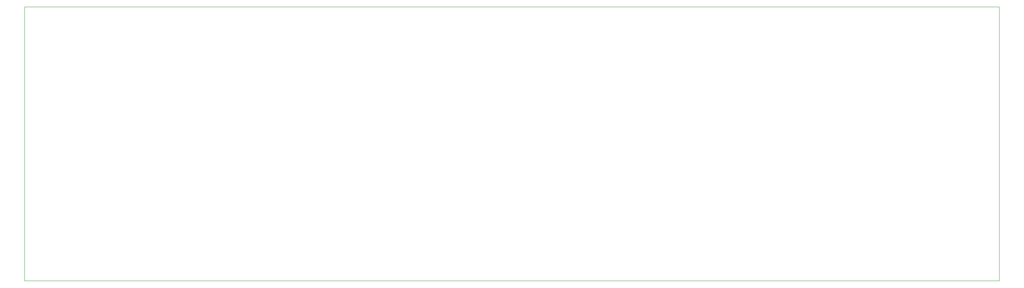
<source format=gbr>
G04 #@! TF.GenerationSoftware,KiCad,Pcbnew,5.0.2+dfsg1-1+deb10u1*
G04 #@! TF.CreationDate,2023-12-02T21:06:42-05:00*
G04 #@! TF.ProjectId,NixieClockV1,4e697869-6543-46c6-9f63-6b56312e6b69,rev?*
G04 #@! TF.SameCoordinates,Original*
G04 #@! TF.FileFunction,Profile,NP*
%FSLAX46Y46*%
G04 Gerber Fmt 4.6, Leading zero omitted, Abs format (unit mm)*
G04 Created by KiCad (PCBNEW 5.0.2+dfsg1-1+deb10u1) date Sat 02 Dec 2023 09:06:42 PM EST*
%MOMM*%
%LPD*%
G01*
G04 APERTURE LIST*
%ADD10C,0.150000*%
%ADD11C,0.200000*%
G04 APERTURE END LIST*
D10*
X60470000Y-435000000D02*
X60470000Y-565000000D01*
X522530000Y-435000000D02*
X522530000Y-565000000D01*
D11*
X60470000Y-565000000D02*
X522530000Y-565000000D01*
D10*
X60470000Y-435000000D02*
X522530000Y-435000000D01*
M02*

</source>
